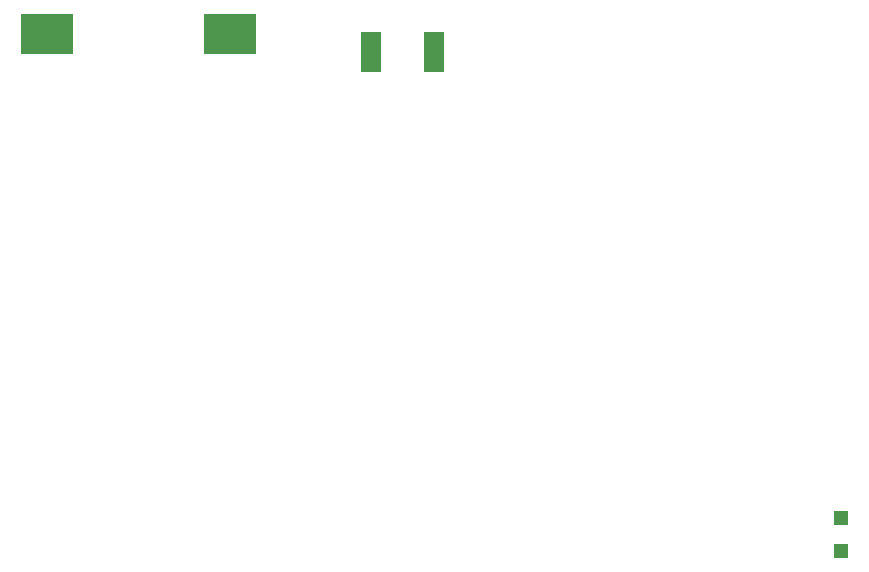
<source format=gtp>
G04 #@! TF.GenerationSoftware,KiCad,Pcbnew,5.0.2-bee76a0~70~ubuntu18.04.1*
G04 #@! TF.CreationDate,2019-04-30T11:13:38-04:00*
G04 #@! TF.ProjectId,AIR_Mount_Minus,4149525f-4d6f-4756-9e74-5f4d696e7573,rev?*
G04 #@! TF.SameCoordinates,Original*
G04 #@! TF.FileFunction,Paste,Top*
G04 #@! TF.FilePolarity,Positive*
%FSLAX46Y46*%
G04 Gerber Fmt 4.6, Leading zero omitted, Abs format (unit mm)*
G04 Created by KiCad (PCBNEW 5.0.2-bee76a0~70~ubuntu18.04.1) date Tue 30 Apr 2019 11:13:38 AM EDT*
%MOMM*%
%LPD*%
G01*
G04 APERTURE LIST*
%ADD10R,1.200000X1.200000*%
%ADD11R,1.780000X3.500000*%
%ADD12R,4.500000X3.400000*%
G04 APERTURE END LIST*
D10*
G04 #@! TO.C,D1*
X212260000Y-95610000D03*
X212260000Y-98410000D03*
G04 #@! TD*
D11*
G04 #@! TO.C,F1*
X177746000Y-56134000D03*
X172466000Y-56134000D03*
G04 #@! TD*
D12*
G04 #@! TO.C,R2*
X160530000Y-54600000D03*
X145030000Y-54600000D03*
G04 #@! TD*
M02*

</source>
